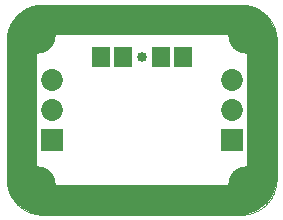
<source format=gbs>
G04 EAGLE Gerber RS-274X export*
G75*
%MOMM*%
%FSLAX35Y35*%
%LPD*%
%INsolder_mask_bottom*%
%IPPOS*%
%AMOC8*
5,1,8,0,0,1.08239X$1,22.5*%
G01*
%ADD10C,0.000000*%
%ADD11C,2.540000*%
%ADD12R,1.503200X1.703200*%
%ADD13R,1.853200X1.853200*%
%ADD14C,1.853200*%
%ADD15C,0.853200*%
%ADD16C,3.203200*%


D10*
X1778000Y2240000D02*
X1778000Y1062000D01*
X1778088Y1054751D01*
X1778350Y1047506D01*
X1778788Y1040270D01*
X1779401Y1033046D01*
X1780187Y1025839D01*
X1781148Y1018653D01*
X1782282Y1011493D01*
X1783589Y1004362D01*
X1785068Y997265D01*
X1786717Y990205D01*
X1788537Y983188D01*
X1790526Y976216D01*
X1792683Y969295D01*
X1795006Y962428D01*
X1797495Y955619D01*
X1800148Y948872D01*
X1802962Y942191D01*
X1805938Y935580D01*
X1809072Y929043D01*
X1812363Y922583D01*
X1815810Y916205D01*
X1819409Y909912D01*
X1823160Y903708D01*
X1827059Y897596D01*
X1831105Y891581D01*
X1835295Y885664D01*
X1839627Y879851D01*
X1844098Y874144D01*
X1848705Y868547D01*
X1853447Y863063D01*
X1858319Y857695D01*
X1863320Y852447D01*
X1868447Y847320D01*
X1873695Y842319D01*
X1879063Y837447D01*
X1884547Y832705D01*
X1890144Y828098D01*
X1895851Y823627D01*
X1901664Y819295D01*
X1907581Y815105D01*
X1913596Y811059D01*
X1919708Y807160D01*
X1925912Y803409D01*
X1932205Y799810D01*
X1938583Y796363D01*
X1945043Y793072D01*
X1951580Y789938D01*
X1958191Y786962D01*
X1964872Y784148D01*
X1971619Y781495D01*
X1978428Y779006D01*
X1985295Y776683D01*
X1992216Y774526D01*
X1999188Y772537D01*
X2006205Y770717D01*
X2013265Y769068D01*
X2020362Y767589D01*
X2027493Y766282D01*
X2034653Y765148D01*
X2041839Y764187D01*
X2049046Y763401D01*
X2056270Y762788D01*
X2063506Y762350D01*
X2070751Y762088D01*
X2078000Y762000D01*
X3762337Y762000D01*
X3769696Y762090D01*
X3777050Y762361D01*
X3784395Y762812D01*
X3791727Y763443D01*
X3799042Y764254D01*
X3806334Y765244D01*
X3813600Y766412D01*
X3820835Y767759D01*
X3828034Y769282D01*
X3835195Y770981D01*
X3842311Y772856D01*
X3849379Y774905D01*
X3856395Y777126D01*
X3863354Y779519D01*
X3870253Y782082D01*
X3877086Y784813D01*
X3883851Y787711D01*
X3890542Y790774D01*
X3897157Y794001D01*
X3903690Y797388D01*
X3910138Y800935D01*
X3916497Y804639D01*
X3922763Y808498D01*
X3928933Y812509D01*
X3935003Y816670D01*
X3940968Y820980D01*
X3946827Y825434D01*
X3952574Y830030D01*
X3958206Y834766D01*
X3963721Y839639D01*
X3969115Y844646D01*
X3974384Y849783D01*
X3979526Y855048D01*
X3984537Y860438D01*
X3989414Y865949D01*
X3994154Y871578D01*
X3998755Y877321D01*
X4003214Y883176D01*
X4007528Y889138D01*
X4011694Y895204D01*
X4015711Y901371D01*
X4019574Y907634D01*
X4023283Y913990D01*
X4026835Y920435D01*
X4030228Y926966D01*
X4033460Y933577D01*
X4036528Y940266D01*
X4039432Y947028D01*
X4042169Y953860D01*
X4044737Y960756D01*
X4047135Y967714D01*
X4049362Y974728D01*
X4051417Y981794D01*
X4053297Y988909D01*
X4055002Y996068D01*
X4056531Y1003267D01*
X4057884Y1010501D01*
X4059058Y1017765D01*
X4060054Y1025057D01*
X4060870Y1032371D01*
X4061507Y1039702D01*
X4061964Y1047047D01*
X4062241Y1054401D01*
X4062337Y1061760D01*
X4063662Y2239685D01*
X4063582Y2246939D01*
X4063327Y2254189D01*
X4062896Y2261431D01*
X4062291Y2268660D01*
X4061511Y2275872D01*
X4060557Y2283064D01*
X4059429Y2290230D01*
X4058128Y2297367D01*
X4056655Y2304471D01*
X4055010Y2311536D01*
X4053196Y2318560D01*
X4051212Y2325538D01*
X4049059Y2332466D01*
X4046740Y2339340D01*
X4044256Y2346156D01*
X4041607Y2352910D01*
X4038796Y2359598D01*
X4035823Y2366215D01*
X4032692Y2372759D01*
X4029403Y2379226D01*
X4025959Y2385611D01*
X4022362Y2391910D01*
X4018613Y2398121D01*
X4014715Y2404240D01*
X4010671Y2410262D01*
X4006482Y2416185D01*
X4002151Y2422005D01*
X3997680Y2427718D01*
X3993073Y2433322D01*
X3988331Y2438813D01*
X3983458Y2444187D01*
X3978457Y2449442D01*
X3973330Y2454574D01*
X3968080Y2459581D01*
X3962711Y2464460D01*
X3957225Y2469207D01*
X3951626Y2473821D01*
X3945918Y2478297D01*
X3940102Y2482634D01*
X3934184Y2486830D01*
X3928166Y2490881D01*
X3922051Y2494785D01*
X3915844Y2498540D01*
X3909548Y2502144D01*
X3903167Y2505595D01*
X3896704Y2508890D01*
X3890163Y2512029D01*
X3883549Y2515008D01*
X3876864Y2517826D01*
X3870113Y2520482D01*
X3863300Y2522974D01*
X3856428Y2525300D01*
X3849503Y2527460D01*
X3842527Y2529451D01*
X3835505Y2531273D01*
X3828441Y2532925D01*
X3821339Y2534405D01*
X3814203Y2535714D01*
X3807038Y2536849D01*
X3799848Y2537811D01*
X3792636Y2538599D01*
X3785407Y2539212D01*
X3778166Y2539650D01*
X3770916Y2539913D01*
X3763662Y2540000D01*
X3763663Y2540000D02*
X2078000Y2540000D01*
X2070751Y2539912D01*
X2063506Y2539650D01*
X2056270Y2539212D01*
X2049046Y2538599D01*
X2041839Y2537813D01*
X2034653Y2536852D01*
X2027493Y2535718D01*
X2020362Y2534411D01*
X2013265Y2532932D01*
X2006205Y2531283D01*
X1999188Y2529463D01*
X1992216Y2527474D01*
X1985295Y2525317D01*
X1978428Y2522994D01*
X1971619Y2520505D01*
X1964872Y2517852D01*
X1958191Y2515038D01*
X1951580Y2512062D01*
X1945043Y2508928D01*
X1938583Y2505637D01*
X1932205Y2502190D01*
X1925912Y2498591D01*
X1919708Y2494840D01*
X1913596Y2490941D01*
X1907581Y2486895D01*
X1901664Y2482705D01*
X1895851Y2478373D01*
X1890144Y2473902D01*
X1884547Y2469295D01*
X1879063Y2464553D01*
X1873695Y2459681D01*
X1868447Y2454680D01*
X1863320Y2449553D01*
X1858319Y2444305D01*
X1853447Y2438937D01*
X1848705Y2433453D01*
X1844098Y2427856D01*
X1839627Y2422149D01*
X1835295Y2416336D01*
X1831105Y2410419D01*
X1827059Y2404404D01*
X1823160Y2398292D01*
X1819409Y2392088D01*
X1815810Y2385795D01*
X1812363Y2379417D01*
X1809072Y2372957D01*
X1805938Y2366420D01*
X1802962Y2359809D01*
X1800148Y2353128D01*
X1797495Y2346381D01*
X1795006Y2339572D01*
X1792683Y2332705D01*
X1790526Y2325784D01*
X1788537Y2318812D01*
X1786717Y2311795D01*
X1785068Y2304735D01*
X1783589Y2297638D01*
X1782282Y2290507D01*
X1781148Y2283347D01*
X1780187Y2276161D01*
X1779401Y2268954D01*
X1778788Y2261730D01*
X1778350Y2254494D01*
X1778088Y2247249D01*
X1778000Y2240000D01*
D11*
X1905000Y2222500D02*
X1905000Y1079500D01*
X1905000Y2222500D02*
X1905056Y2227103D01*
X1905222Y2231704D01*
X1905500Y2236299D01*
X1905889Y2240886D01*
X1906389Y2245462D01*
X1906999Y2250025D01*
X1907719Y2254572D01*
X1908549Y2259100D01*
X1909488Y2263607D01*
X1910536Y2268090D01*
X1911691Y2272546D01*
X1912954Y2276973D01*
X1914324Y2281368D01*
X1915799Y2285728D01*
X1917379Y2290052D01*
X1919064Y2294337D01*
X1920851Y2298579D01*
X1922740Y2302777D01*
X1924731Y2306928D01*
X1926821Y2311030D01*
X1929009Y2315080D01*
X1931295Y2319076D01*
X1933676Y2323015D01*
X1936152Y2326896D01*
X1938722Y2330716D01*
X1941382Y2334473D01*
X1944133Y2338164D01*
X1946972Y2341788D01*
X1949898Y2345342D01*
X1952909Y2348825D01*
X1956003Y2352234D01*
X1959178Y2355566D01*
X1962434Y2358822D01*
X1965766Y2361997D01*
X1969175Y2365091D01*
X1972658Y2368102D01*
X1976212Y2371028D01*
X1979836Y2373867D01*
X1983527Y2376618D01*
X1987284Y2379278D01*
X1991104Y2381848D01*
X1994985Y2384324D01*
X1998924Y2386705D01*
X2002920Y2388991D01*
X2006970Y2391179D01*
X2011072Y2393269D01*
X2015223Y2395260D01*
X2019421Y2397149D01*
X2023663Y2398936D01*
X2027948Y2400621D01*
X2032272Y2402201D01*
X2036632Y2403676D01*
X2041027Y2405046D01*
X2045454Y2406309D01*
X2049910Y2407464D01*
X2054393Y2408512D01*
X2058900Y2409451D01*
X2063428Y2410281D01*
X2067975Y2411001D01*
X2072538Y2411611D01*
X2077114Y2412111D01*
X2081701Y2412500D01*
X2086296Y2412778D01*
X2090897Y2412944D01*
X2095500Y2413000D01*
X3746500Y2413000D01*
X3751103Y2412944D01*
X3755704Y2412778D01*
X3760299Y2412500D01*
X3764886Y2412111D01*
X3769462Y2411611D01*
X3774025Y2411001D01*
X3778572Y2410281D01*
X3783100Y2409451D01*
X3787607Y2408512D01*
X3792090Y2407464D01*
X3796546Y2406309D01*
X3800973Y2405046D01*
X3805368Y2403676D01*
X3809728Y2402201D01*
X3814052Y2400621D01*
X3818337Y2398936D01*
X3822579Y2397149D01*
X3826777Y2395260D01*
X3830928Y2393269D01*
X3835030Y2391179D01*
X3839080Y2388991D01*
X3843076Y2386705D01*
X3847015Y2384324D01*
X3850896Y2381848D01*
X3854716Y2379278D01*
X3858473Y2376618D01*
X3862164Y2373867D01*
X3865788Y2371028D01*
X3869342Y2368102D01*
X3872825Y2365091D01*
X3876234Y2361997D01*
X3879566Y2358822D01*
X3882822Y2355566D01*
X3885997Y2352234D01*
X3889091Y2348825D01*
X3892102Y2345342D01*
X3895028Y2341788D01*
X3897867Y2338164D01*
X3900618Y2334473D01*
X3903278Y2330716D01*
X3905848Y2326896D01*
X3908324Y2323015D01*
X3910705Y2319076D01*
X3912991Y2315080D01*
X3915179Y2311030D01*
X3917269Y2306928D01*
X3919260Y2302777D01*
X3921149Y2298579D01*
X3922936Y2294337D01*
X3924621Y2290052D01*
X3926201Y2285728D01*
X3927676Y2281368D01*
X3929046Y2276973D01*
X3930309Y2272546D01*
X3931464Y2268090D01*
X3932512Y2263607D01*
X3933451Y2259100D01*
X3934281Y2254572D01*
X3935001Y2250025D01*
X3935611Y2245462D01*
X3936111Y2240886D01*
X3936500Y2236299D01*
X3936778Y2231704D01*
X3936944Y2227103D01*
X3937000Y2222500D01*
X3937000Y1079500D01*
X3936944Y1074897D01*
X3936778Y1070296D01*
X3936500Y1065701D01*
X3936111Y1061114D01*
X3935611Y1056538D01*
X3935001Y1051975D01*
X3934281Y1047428D01*
X3933451Y1042900D01*
X3932512Y1038393D01*
X3931464Y1033910D01*
X3930309Y1029454D01*
X3929046Y1025027D01*
X3927676Y1020632D01*
X3926201Y1016272D01*
X3924621Y1011948D01*
X3922936Y1007663D01*
X3921149Y1003421D01*
X3919260Y999223D01*
X3917269Y995072D01*
X3915179Y990970D01*
X3912991Y986920D01*
X3910705Y982924D01*
X3908324Y978985D01*
X3905848Y975104D01*
X3903278Y971284D01*
X3900618Y967527D01*
X3897867Y963836D01*
X3895028Y960212D01*
X3892102Y956658D01*
X3889091Y953175D01*
X3885997Y949766D01*
X3882822Y946434D01*
X3879566Y943178D01*
X3876234Y940003D01*
X3872825Y936909D01*
X3869342Y933898D01*
X3865788Y930972D01*
X3862164Y928133D01*
X3858473Y925382D01*
X3854716Y922722D01*
X3850896Y920152D01*
X3847015Y917676D01*
X3843076Y915295D01*
X3839080Y913009D01*
X3835030Y910821D01*
X3830928Y908731D01*
X3826777Y906740D01*
X3822579Y904851D01*
X3818337Y903064D01*
X3814052Y901379D01*
X3809728Y899799D01*
X3805368Y898324D01*
X3800973Y896954D01*
X3796546Y895691D01*
X3792090Y894536D01*
X3787607Y893488D01*
X3783100Y892549D01*
X3778572Y891719D01*
X3774025Y890999D01*
X3769462Y890389D01*
X3764886Y889889D01*
X3760299Y889500D01*
X3755704Y889222D01*
X3751103Y889056D01*
X3746500Y889000D01*
X2095500Y889000D01*
X2090897Y889056D01*
X2086296Y889222D01*
X2081701Y889500D01*
X2077114Y889889D01*
X2072538Y890389D01*
X2067975Y890999D01*
X2063428Y891719D01*
X2058900Y892549D01*
X2054393Y893488D01*
X2049910Y894536D01*
X2045454Y895691D01*
X2041027Y896954D01*
X2036632Y898324D01*
X2032272Y899799D01*
X2027948Y901379D01*
X2023663Y903064D01*
X2019421Y904851D01*
X2015223Y906740D01*
X2011072Y908731D01*
X2006970Y910821D01*
X2002920Y913009D01*
X1998924Y915295D01*
X1994985Y917676D01*
X1991104Y920152D01*
X1987284Y922722D01*
X1983527Y925382D01*
X1979836Y928133D01*
X1976212Y930972D01*
X1972658Y933898D01*
X1969175Y936909D01*
X1965766Y940003D01*
X1962434Y943178D01*
X1959178Y946434D01*
X1956003Y949766D01*
X1952909Y953175D01*
X1949898Y956658D01*
X1946972Y960212D01*
X1944133Y963836D01*
X1941382Y967527D01*
X1938722Y971284D01*
X1936152Y975104D01*
X1933676Y978985D01*
X1931295Y982924D01*
X1929009Y986920D01*
X1926821Y990970D01*
X1924731Y995072D01*
X1922740Y999223D01*
X1920851Y1003421D01*
X1919064Y1007663D01*
X1917379Y1011948D01*
X1915799Y1016272D01*
X1914324Y1020632D01*
X1912954Y1025027D01*
X1911691Y1029454D01*
X1910536Y1033910D01*
X1909488Y1038393D01*
X1908549Y1042900D01*
X1907719Y1047428D01*
X1906999Y1051975D01*
X1906389Y1056538D01*
X1905889Y1061114D01*
X1905500Y1065701D01*
X1905222Y1070296D01*
X1905056Y1074897D01*
X1905000Y1079500D01*
D12*
X2572000Y2095500D03*
X2762000Y2095500D03*
X3080000Y2095500D03*
X3270000Y2095500D03*
D13*
X3683000Y1397000D03*
D14*
X3683000Y1651000D03*
X3683000Y1905000D03*
D13*
X2159000Y1397000D03*
D14*
X2159000Y1651000D03*
X2159000Y1905000D03*
D15*
X2572000Y2095500D03*
D16*
X2032000Y2286000D03*
X3810000Y2286000D03*
X2032000Y1016000D03*
X3810000Y1016000D03*
D15*
X2921000Y2095500D03*
M02*

</source>
